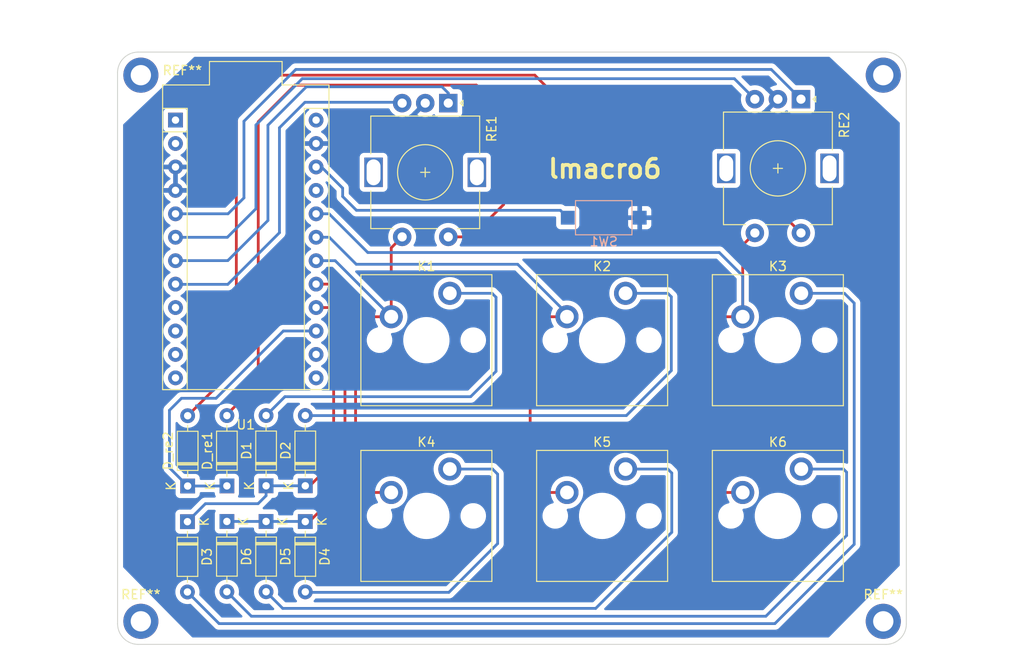
<source format=kicad_pcb>
(kicad_pcb (version 20211014) (generator pcbnew)
  (layers (0 "F.Cu" signal) (31 "B.Cu" signal) (34 "B.Paste" user) (35 "F.Paste" user) (36 "B.SilkS" user "B.Silkscreen") (37 "F.SilkS" user "F.Silkscreen") (38 "B.Mask" user) (39 "F.Mask" user) (44 "Edge.Cuts" user))
  (net 0 "")
  (net 1 "row1")
  (net 2 "Net-(D1-Pad2)")
  (net 3 "Net-(D3-Pad2)")
  (net 4 "row2")
  (net 5 "Net-(D4-Pad2)")
  (net 6 "Net-(D5-Pad2)")
  (net 7 "Net-(D6-Pad2)")
  (net 8 "row0")
  (net 9 "Net-(D_re1-Pad2)")
  (net 10 "Net-(D_re2-Pad2)")
  (net 11 "col0")
  (net 12 "col1")
  (net 13 "col2")
  (net 14 "ENC1A")
  (net 15 "ENC1B")
  (net 16 "GND")
  (net 17 "ENC2A")
  (net 18 "ENC2B")
  (net 26 "Net-(U1-Pad22)")
  (net 28 "Net-(D2-Pad2)")
  (footprint "Switch_Keyboard_Cherry_MX:SW_Cherry_MX_PCB_1.00u" (layer "F.Cu") (at 122.975 133.425)
    (fp_text reference "K6" (at 0 -8) (layer "F.SilkS"))
    (fp_text value "KEYSW")
    (fp_line (start -7.1 -7.1) (end -7.1 7.1) (layer "F.SilkS") (width 0.12))
    (fp_line (start 7.1 -7.1) (end -7.1 -7.1) (layer "F.SilkS") (width 0.12))
    (fp_line (start 7.1 7.1) (end 7.1 -7.1) (layer "F.SilkS") (width 0.12))
    (fp_line (start -7.1 7.1) (end 7.1 7.1) (layer "F.SilkS") (width 0.12))
    (pad "" np_thru_hole circle locked (at 5.08 0) (size 1.75 1.75) (drill 1.75) (layers *.Cu *.Mask))
    (pad "" np_thru_hole circle locked (at -5.08 0) (size 1.75 1.75) (drill 1.75) (layers *.Cu *.Mask))
    (pad "" np_thru_hole circle locked (at 0 0) (size 4 4) (drill 4) (layers *.Cu *.Mask))
    (pad "1" thru_hole circle locked (at -3.81 -2.54) (size 2.5 2.5) (drill 1.5) (layers *.Cu "B.Mask") (net 13 "col2"))
    (pad "2" thru_hole circle locked (at 2.54 -5.08) (size 2.5 2.5) (drill 1.5) (layers *.Cu "B.Mask") (net 7 "Net-(D6-Pad2)"))
  )
  (footprint "Diode_THT:D_DO-35_SOD27_P7.62mm_Horizontal" (layer "F.Cu") (at 67.5 130.16 90)
    (fp_text reference "D1" (at 3.81 -2.12 90) (layer "F.SilkS"))
    (fp_text value "1N4148")
    (fp_text user "K" (at 0 -1.8 90) (layer "F.SilkS"))
    (fp_line (start 2.41 -1.12) (end 2.41 1.12) (layer "F.SilkS") (width 0.12))
    (fp_line (start 1.69 1.12) (end 5.93 1.12) (layer "F.SilkS") (width 0.12))
    (fp_line (start 2.53 -1.12) (end 2.53 1.12) (layer "F.SilkS") (width 0.12))
    (fp_line (start 5.93 -1.12) (end 1.69 -1.12) (layer "F.SilkS") (width 0.12))
    (fp_line (start 1.69 -1.12) (end 1.69 1.12) (layer "F.SilkS") (width 0.12))
    (fp_line (start 2.29 -1.12) (end 2.29 1.12) (layer "F.SilkS") (width 0.12))
    (fp_line (start 6.58 0) (end 5.93 0) (layer "F.SilkS") (width 0.12))
    (fp_line (start 1.04 0) (end 1.69 0) (layer "F.SilkS") (width 0.12))
    (fp_line (start 5.93 1.12) (end 5.93 -1.12) (layer "F.SilkS") (width 0.12))
    (pad "1" thru_hole rect (at 0 0 90) (size 1.6 1.6) (drill 0.8) (layers *.Cu *.Mask) (net 1 "row1"))
    (pad "2" thru_hole oval (at 7.62 0 90) (size 1.6 1.6) (drill 0.8) (layers *.Cu *.Mask) (net 2 "Net-(D1-Pad2)"))
  )
  (footprint "Arduino:Sparkfun_Pro_Micro" (layer "F.Cu") (at 72.92 118.46 180)
    (fp_text reference "U1" (at 7.62 -5.08) (layer "F.SilkS"))
    (fp_text value "ProMicro")
    (fp_line (start 13.97 26.67) (end 16.64 26.67) (layer "F.SilkS") (width 0.12))
    (fp_line (start 13.97 -1.27) (end 16.64 -1.27) (layer "F.SilkS") (width 0.12))
    (fp_line (start 1.27 -1.27) (end -1.397 -1.27) (layer "F.SilkS") (width 0.12))
    (fp_line (start 16.637 -1.27) (end 1.27 -1.27) (layer "F.SilkS") (width 0.12))
    (fp_line (start 1.27 29.21) (end -1.4 29.21) (layer "F.SilkS") (width 0.12))
    (fp_line (start 3.683 34.29) (end 3.683 31.75) (layer "F.SilkS") (width 0.12))
    (fp_line (start 13.97 -1.27) (end 13.97 29.21) (layer "F.SilkS") (width 0.12))
    (fp_line (start -1.397 31.75) (end 3.683 31.75) (layer "F.SilkS") (width 0.12))
    (fp_line (start 11.557 31.75) (end 16.637 31.75) (layer "F.SilkS") (width 0.12))
    (fp_line (start 1.27 1.27) (end 1.27 29.21) (layer "F.SilkS") (width 0.12))
    (fp_line (start -1.397 -1.27) (end -1.397 31.75) (layer "F.SilkS") (width 0.12))
    (fp_line (start 11.557 34.29) (end 11.557 31.75) (layer "F.SilkS") (width 0.12))
    (fp_line (start 13.97 29.21) (end 16.64 29.21) (layer "F.SilkS") (width 0.12))
    (fp_line (start 3.683 34.29) (end 11.557 34.29) (layer "F.SilkS") (width 0.12))
    (fp_line (start 16.637 31.75) (end 16.64 -1.27) (layer "F.SilkS") (width 0.12))
    (fp_line (start 1.27 1.27) (end 1.27 -1.27) (layer "F.SilkS") (width 0.12))
    (pad "1" thru_hole rect locked (at 15.24 27.94 180) (size 1.6 1.6) (drill 0.8) (layers *.Cu *.Mask))
    (pad "2" thru_hole oval locked (at 15.24 25.4 180) (size 1.6 1.6) (drill 0.8) (layers *.Cu *.Mask))
    (pad "3" thru_hole oval locked (at 15.24 22.86 180) (size 1.6 1.6) (drill 0.8) (layers *.Cu *.Mask) (net 16 "GND"))
    (pad "4" thru_hole oval locked (at 15.24 20.32 180) (size 1.6 1.6) (drill 0.8) (layers *.Cu *.Mask) (net 16 "GND"))
    (pad "5" thru_hole oval locked (at 15.24 17.78 180) (size 1.6 1.6) (drill 0.8) (layers *.Cu *.Mask) (net 17 "ENC2A"))
    (pad "6" thru_hole oval locked (at 15.24 15.24 180) (size 1.6 1.6) (drill 0.8) (layers *.Cu *.Mask) (net 18 "ENC2B"))
    (pad "7" thru_hole oval locked (at 15.24 12.7 180) (size 1.6 1.6) (drill 0.8) (layers *.Cu *.Mask) (net 14 "ENC1A"))
    (pad "8" thru_hole oval locked (at 15.24 10.16 180) (size 1.6 1.6) (drill 0.8) (layers *.Cu *.Mask) (net 15 "ENC1B"))
    (pad "9" thru_hole oval locked (at 15.24 7.62 180) (size 1.6 1.6) (drill 0.8) (layers *.Cu *.Mask))
    (pad "10" thru_hole oval locked (at 15.24 5.08 180) (size 1.6 1.6) (drill 0.8) (layers *.Cu *.Mask))
    (pad "11" thru_hole oval locked (at 15.24 2.54 180) (size 1.6 1.6) (drill 0.8) (layers *.Cu *.Mask))
    (pad "12" thru_hole oval locked (at 15.24 0 180) (size 1.6 1.6) (drill 0.8) (layers *.Cu *.Mask))
    (pad "13" thru_hole oval locked (at 0 0 180) (size 1.6 1.6) (drill 0.8) (layers *.Cu *.Mask))
    (pad "14" thru_hole oval locked (at 0 2.54 180) (size 1.6 1.6) (drill 0.8) (layers *.Cu *.Mask))
    (pad "15" thru_hole oval locked (at 0 5.08 180) (size 1.6 1.6) (drill 0.8) (layers *.Cu *.Mask) (net 8 "row0"))
    (pad "16" thru_hole oval locked (at 0 7.62 180) (size 1.6 1.6) (drill 0.8) (layers *.Cu *.Mask) (net 1 "row1"))
    (pad "17" thru_hole oval locked (at 0 10.16 180) (size 1.6 1.6) (drill 0.8) (layers *.Cu *.Mask) (net 4 "row2"))
    (pad "18" thru_hole oval locked (at 0 12.7 180) (size 1.6 1.6) (drill 0.8) (layers *.Cu *.Mask) (net 11 "col0"))
    (pad "19" thru_hole oval locked (at 0 15.24 180) (size 1.6 1.6) (drill 0.8) (layers *.Cu *.Mask) (net 12 "col1"))
    (pad "20" thru_hole oval locked (at 0 17.78 180) (size 1.6 1.6) (drill 0.8) (layers *.Cu *.Mask) (net 13 "col2"))
    (pad "21" thru_hole oval locked (at 0 20.32 180) (size 1.6 1.6) (drill 0.8) (layers *.Cu *.Mask))
    (pad "22" thru_hole oval locked (at 0 22.86 180) (size 1.6 1.6) (drill 0.8) (layers *.Cu *.Mask) (net 26 "Net-(U1-Pad22)"))
    (pad "23" thru_hole oval locked (at 0 25.4 180) (size 1.6 1.6) (drill 0.8) (layers *.Cu *.Mask) (net 16 "GND"))
    (pad "24" thru_hole oval locked (at 0 27.94 180) (size 1.6 1.6) (drill 0.8) (layers *.Cu *.Mask))
  )
  (footprint "Diode_THT:D_DO-35_SOD27_P7.62mm_Horizontal" (layer "F.Cu") (at 67.5 134.025 -90)
    (fp_text reference "D5" (at 3.81 -2.12 90) (layer "F.SilkS"))
    (fp_text value "1N4148")
    (fp_text user "K" (at 0 -1.8 90) (layer "F.SilkS"))
    (fp_line (start 1.69 1.12) (end 5.93 1.12) (layer "F.SilkS") (width 0.12))
    (fp_line (start 1.04 0) (end 1.69 0) (layer "F.SilkS") (width 0.12))
    (fp_line (start 2.29 -1.12) (end 2.29 1.12) (layer "F.SilkS") (width 0.12))
    (fp_line (start 2.53 -1.12) (end 2.53 1.12) (layer "F.SilkS") (width 0.12))
    (fp_line (start 5.93 1.12) (end 5.93 -1.12) (layer "F.SilkS") (width 0.12))
    (fp_line (start 5.93 -1.12) (end 1.69 -1.12) (layer "F.SilkS") (width 0.12))
    (fp_line (start 6.58 0) (end 5.93 0) (layer "F.SilkS") (width 0.12))
    (fp_line (start 2.41 -1.12) (end 2.41 1.12) (layer "F.SilkS") (width 0.12))
    (fp_line (start 1.69 -1.12) (end 1.69 1.12) (layer "F.SilkS") (width 0.12))
    (pad "1" thru_hole rect (at 0 0 270) (size 1.6 1.6) (drill 0.8) (layers *.Cu *.Mask) (net 4 "row2"))
    (pad "2" thru_hole oval (at 7.62 0 270) (size 1.6 1.6) (drill 0.8) (layers *.Cu *.Mask) (net 6 "Net-(D5-Pad2)"))
  )
  (footprint "Rotary_Encoder:RotaryEncoder_Alps_EC11E-Switch_Vertical_H20mm" (layer "F.Cu") (at 125.48 88.252412 -90)
    (fp_text reference "RE2" (at 2.8 -4.7 90) (layer "F.SilkS"))
    (fp_text value "RotaryEncoder_Switch")
    (fp_line (start 7.5 2) (end 7.5 3) (layer "F.SilkS") (width 0.12))
    (fp_line (start 0 -1.3) (end -0.3 -1.6) (layer "F.SilkS") (width 0.12))
    (fp_line (start 1.4 -3.4) (end 1.4 8.4) (layer "F.SilkS") (width 0.12))
    (fp_line (start 13.6 6) (end 13.6 8.4) (layer "F.SilkS") (width 0.12))
    (fp_line (start 5.5 -3.4) (end 1.4 -3.4) (layer "F.SilkS") (width 0.12))
    (fp_line (start 7 2.5) (end 8 2.5) (layer "F.SilkS") (width 0.12))
    (fp_line (start -0.3 -1.6) (end 0.3 -1.6) (layer "F.SilkS") (width 0.12))
    (fp_line (start 13.6 8.4) (end 9.5 8.4) (layer "F.SilkS") (width 0.12))
    (fp_line (start 5.5 8.4) (end 1.4 8.4) (layer "F.SilkS") (width 0.12))
    (fp_line (start 9.5 -3.4) (end 13.6 -3.4) (layer "F.SilkS") (width 0.12))
    (fp_line (start 13.6 -3.4) (end 13.6 -1) (layer "F.SilkS") (width 0.12))
    (fp_line (start 13.6 1.2) (end 13.6 3.8) (layer "F.SilkS") (width 0.12))
    (fp_line (start 0.3 -1.6) (end 0 -1.3) (layer "F.SilkS") (width 0.12))
    (fp_circle (center 7.5 2.5) (end 10.5 2.5) (layer "F.SilkS") (width 0.12) (fill none))
    (pad "A" thru_hole rect (at 0 0 270) (size 2 2) (drill 1) (layers *.Cu *.Mask) (net 17 "ENC2A"))
    (pad "B" thru_hole circle (at 0 5 270) (size 2 2) (drill 1) (layers *.Cu *.Mask) (net 18 "ENC2B"))
    (pad "C" thru_hole circle (at 0 2.5 270) (size 2 2) (drill 1) (layers *.Cu *.Mask) (net 16 "GND"))
    (pad "MP" thru_hole rect (at 7.5 -3.1 270) (size 3.2 2) (drill oval 2.8 1.5) (layers *.Cu *.Mask))
    (pad "MP" thru_hole rect (at 7.5 8.1 270) (size 3.2 2) (drill oval 2.8 1.5) (layers *.Cu *.Mask))
    (pad "S1" thru_hole circle (at 14.5 5 270) (size 2 2) (drill 1) (layers *.Cu *.Mask) (net 13 "col2"))
    (pad "S2" thru_hole circle (at 14.5 0 270) (size 2 2) (drill 1) (layers *.Cu *.Mask) (net 10 "Net-(D_re2-Pad2)"))
  )
  (footprint "Switch_Keyboard_Cherry_MX:SW_Cherry_MX_PCB_1.00u" (layer "F.Cu") (at 84.875 114.375)
    (fp_text reference "K1" (at 0 -8) (layer "F.SilkS"))
    (fp_text value "KEYSW")
    (fp_line (start 7.1 7.1) (end 7.1 -7.1) (layer "F.SilkS") (width 0.12))
    (fp_line (start -7.1 7.1) (end 7.1 7.1) (layer "F.SilkS") (width 0.12))
    (fp_line (start -7.1 -7.1) (end -7.1 7.1) (layer "F.SilkS") (width 0.12))
    (fp_line (start 7.1 -7.1) (end -7.1 -7.1) (layer "F.SilkS") (width 0.12))
    (pad "" np_thru_hole circle locked (at 5.08 0) (size 1.75 1.75) (drill 1.75) (layers *.Cu *.Mask))
    (pad "" np_thru_hole circle locked (at 0 0) (size 4 4) (drill 4) (layers *.Cu *.Mask))
    (pad "" np_thru_hole circle locked (at -5.08 0) (size 1.75 1.75) (drill 1.75) (layers *.Cu *.Mask))
    (pad "1" thru_hole circle locked (at -3.81 -2.54) (size 2.5 2.5) (drill 1.5) (layers *.Cu "B.Mask") (net 11 "col0"))
    (pad "2" thru_hole circle locked (at 2.54 -5.08) (size 2.5 2.5) (drill 1.5) (layers *.Cu "B.Mask") (net 2 "Net-(D1-Pad2)"))
  )
  (footprint "Switch_Keyboard_Cherry_MX:SW_Cherry_MX_PCB_1.00u" (layer "F.Cu") (at 103.925 114.375)
    (fp_text reference "K2" (at 0 -8) (layer "F.SilkS"))
    (fp_text value "KEYSW")
    (fp_line (start 7.1 7.1) (end 7.1 -7.1) (layer "F.SilkS") (width 0.12))
    (fp_line (start -7.1 -7.1) (end -7.1 7.1) (layer "F.SilkS") (width 0.12))
    (fp_line (start -7.1 7.1) (end 7.1 7.1) (layer "F.SilkS") (width 0.12))
    (fp_line (start 7.1 -7.1) (end -7.1 -7.1) (layer "F.SilkS") (width 0.12))
    (pad "" np_thru_hole circle locked (at 5.08 0) (size 1.75 1.75) (drill 1.75) (layers *.Cu *.Mask))
    (pad "" np_thru_hole circle locked (at -5.08 0) (size 1.75 1.75) (drill 1.75) (layers *.Cu *.Mask))
    (pad "" np_thru_hole circle locked (at 0 0) (size 4 4) (drill 4) (layers *.Cu *.Mask))
    (pad "1" thru_hole circle locked (at -3.81 -2.54) (size 2.5 2.5) (drill 1.5) (layers *.Cu "B.Mask") (net 12 "col1"))
    (pad "2" thru_hole circle locked (at 2.54 -5.08) (size 2.5 2.5) (drill 1.5) (layers *.Cu "B.Mask") (net 28 "Net-(D2-Pad2)"))
  )
  (footprint "Switch_Keyboard_Cherry_MX:SW_Cherry_MX_PCB_1.00u" (layer "F.Cu") (at 122.975 114.375)
    (fp_text reference "K3" (at 0 -8) (layer "F.SilkS"))
    (fp_text value "KEYSW")
    (fp_line (start 7.1 -7.1) (end -7.1 -7.1) (layer "F.SilkS") (width 0.12))
    (fp_line (start 7.1 7.1) (end 7.1 -7.1) (layer "F.SilkS") (width 0.12))
    (fp_line (start -7.1 -7.1) (end -7.1 7.1) (layer "F.SilkS") (width 0.12))
    (fp_line (start -7.1 7.1) (end 7.1 7.1) (layer "F.SilkS") (width 0.12))
    (pad "" np_thru_hole circle locked (at 5.08 0) (size 1.75 1.75) (drill 1.75) (layers *.Cu *.Mask))
    (pad "" np_thru_hole circle locked (at -5.08 0) (size 1.75 1.75) (drill 1.75) (layers *.Cu *.Mask))
    (pad "" np_thru_hole circle locked (at 0 0) (size 4 4) (drill 4) (layers *.Cu *.Mask))
    (pad "1" thru_hole circle locked (at -3.81 -2.54) (size 2.5 2.5) (drill 1.5) (layers *.Cu "B.Mask") (net 13 "col2"))
    (pad "2" thru_hole circle locked (at 2.54 -5.08) (size 2.5 2.5) (drill 1.5) (layers *.Cu "B.Mask") (net 3 "Net-(D3-Pad2)"))
  )
  (footprint "Diode_THT:D_DO-35_SOD27_P7.62mm_Horizontal" (layer "F.Cu") (at 58.975 134.05 -90)
    (fp_text reference "D3" (at 3.81 -2.12 90) (layer "F.SilkS"))
    (fp_text value "1N4148")
    (fp_text user "K" (at 0 -1.8 90) (layer "F.SilkS"))
    (fp_line (start 5.93 -1.12) (end 1.69 -1.12) (layer "F.SilkS") (width 0.12))
    (fp_line (start 6.58 0) (end 5.93 0) (layer "F.SilkS") (width 0.12))
    (fp_line (start 1.69 -1.12) (end 1.69 1.12) (layer "F.SilkS") (width 0.12))
    (fp_line (start 1.69 1.12) (end 5.93 1.12) (layer "F.SilkS") (width 0.12))
    (fp_line (start 1.04 0) (end 1.69 0) (layer "F.SilkS") (width 0.12))
    (fp_line (start 2.53 -1.12) (end 2.53 1.12) (layer "F.SilkS") (width 0.12))
    (fp_line (start 5.93 1.12) (end 5.93 -1.12) (layer "F.SilkS") (width 0.12))
    (fp_line (start 2.41 -1.12) (end 2.41 1.12) (layer "F.SilkS") (width 0.12))
    (fp_line (start 2.29 -1.12) (end 2.29 1.12) (layer "F.SilkS") (width 0.12))
    (pad "1" thru_hole rect (at 0 0 270) (size 1.6 1.6) (drill 0.8) (layers *.Cu *.Mask) (net 1 "row1"))
    (pad "2" thru_hole oval (at 7.62 0 270) (size 1.6 1.6) (drill 0.8) (layers *.Cu *.Mask) (net 3 "Net-(D3-Pad2)"))
  )
  (footprint "Switch_Keyboard_Cherry_MX:SW_Cherry_MX_PCB_1.00u" (layer "F.Cu") (at 103.925 133.425)
    (fp_text reference "K5" (at 0 -8) (layer "F.SilkS"))
    (fp_text value "KEYSW")
    (fp_line (start -7.1 -7.1) (end -7.1 7.1) (layer "F.SilkS") (width 0.12))
    (fp_line (start -7.1 7.1) (end 7.1 7.1) (layer "F.SilkS") (width 0.12))
    (fp_line (start 7.1 -7.1) (end -7.1 -7.1) (layer "F.SilkS") (width 0.12))
    (fp_line (start 7.1 7.1) (end 7.1 -7.1) (layer "F.SilkS") (width 0.12))
    (pad "" np_thru_hole circle locked (at -5.08 0) (size 1.75 1.75) (drill 1.75) (layers *.Cu *.Mask))
    (pad "" np_thru_hole circle locked (at 5.08 0) (size 1.75 1.75) (drill 1.75) (layers *.Cu *.Mask))
    (pad "" np_thru_hole circle locked (at 0 0) (size 4 4) (drill 4) (layers *.Cu *.Mask))
    (pad "1" thru_hole circle locked (at -3.81 -2.54) (size 2.5 2.5) (drill 1.5) (layers *.Cu "B.Mask") (net 12 "col1"))
    (pad "2" thru_hole circle locked (at 2.54 -5.08) (size 2.5 2.5) (drill 1.5) (layers *.Cu "B.Mask") (net 6 "Net-(D5-Pad2)"))
  )
  (footprint "Diode_THT:D_DO-35_SOD27_P7.62mm_Horizontal" (layer "F.Cu") (at 63.25 130.17 90)
    (fp_text reference "D_re1" (at 3.81 -2.12 90) (layer "F.SilkS"))
    (fp_text value "1N4148")
    (fp_text user "K" (at 0 -1.8 90) (layer "F.SilkS"))
    (fp_line (start 5.93 1.12) (end 5.93 -1.12) (layer "F.SilkS") (width 0.12))
    (fp_line (start 6.58 0) (end 5.93 0) (layer "F.SilkS") (width 0.12))
    (fp_line (start 1.69 1.12) (end 5.93 1.12) (layer "F.SilkS") (width 0.12))
    (fp_line (start 2.29 -1.12) (end 2.29 1.12) (layer "F.SilkS") (width 0.12))
    (fp_line (start 5.93 -1.12) (end 1.69 -1.12) (layer "F.SilkS") (width 0.12))
    (fp_line (start 1.69 -1.12) (end 1.69 1.12) (layer "F.SilkS") (width 0.12))
    (fp_line (start 1.04 0) (end 1.69 0) (layer "F.SilkS") (width 0.12))
    (fp_line (start 2.53 -1.12) (end 2.53 1.12) (layer "F.SilkS") (width 0.12))
    (fp_line (start 2.41 -1.12) (end 2.41 1.12) (layer "F.SilkS") (width 0.12))
    (pad "1" thru_hole rect (at 0 0 90) (size 1.6 1.6) (drill 0.8) (layers *.Cu *.Mask) (net 8 "row0"))
    (pad "2" thru_hole oval (at 7.62 0 90) (size 1.6 1.6) (drill 0.8) (layers *.Cu *.Mask) (net 9 "Net-(D_re1-Pad2)"))
  )
  (footprint "Diode_THT:D_DO-35_SOD27_P7.62mm_Horizontal" (layer "F.Cu") (at 59 130.185 90)
    (fp_text reference "D_re2" (at 3.81 -2.12 90) (layer "F.SilkS"))
    (fp_text value "1N4148")
    (fp_text user "K" (at 0 -1.8 90) (layer "F.SilkS"))
    (fp_line (start 2.29 -1.12) (end 2.29 1.12) (layer "F.SilkS") (width 0.12))
    (fp_line (start 6.58 0) (end 5.93 0) (layer "F.SilkS") (width 0.12))
    (fp_line (start 5.93 -1.12) (end 1.69 -1.12) (layer "F.SilkS") (width 0.12))
    (fp_line (start 1.69 1.12) (end 5.93 1.12) (layer "F.SilkS") (width 0.12))
    (fp_line (start 5.93 1.12) (end 5.93 -1.12) (layer "F.SilkS") (width 0.12))
    (fp_line (start 1.69 -1.12) (end 1.69 1.12) (layer "F.SilkS") (width 0.12))
    (fp_line (start 2.41 -1.12) (end 2.41 1.12) (layer "F.SilkS") (width 0.12))
    (fp_line (start 1.04 0) (end 1.69 0) (layer "F.SilkS") (width 0.12))
    (fp_line (start 2.53 -1.12) (end 2.53 1.12) (layer "F.SilkS") (width 0.12))
    (pad "1" thru_hole rect (at 0 0 90) (size 1.6 1.6) (drill 0.8) (layers *.Cu *.Mask) (net 8 "row0"))
    (pad "2" thru_hole oval (at 7.62 0 90) (size 1.6 1.6) (drill 0.8) (layers *.Cu *.Mask) (net 10 "Net-(D_re2-Pad2)"))
  )
  (footprint "MountingHole:MountingHole_2.2mm_M2_ISO14580_Pad" (layer "F.Cu") (at 134.4 85.65)
    (fp_text reference "" (at 0 -2.9) (layer "F.SilkS"))
    (fp_text value "MountingHole_2.2mm_M2_ISO14580_Pad")
    (pad "1" thru_hole circle (at 0 0) (size 3.8 3.8) (drill 2.2) (layers F&B.Cu *.Mask))
  )
  (footprint "MountingHole:MountingHole_2.2mm_M2_ISO14580_Pad" (layer "F.Cu") (at 53.925 144.85)
    (fp_text reference "REF**" (at 0 -2.9) (layer "F.SilkS"))
    (fp_text value "MountingHole_2.2mm_M2_ISO14580_Pad")
    (pad "1" thru_hole circle (at 0 0) (size 3.8 3.8) (drill 2.2) (layers F&B.Cu *.Mask))
  )
  (footprint "MountingHole:MountingHole_2.2mm_M2_ISO14580_Pad" (layer "F.Cu") (at 53.925 85.65)
    (fp_text reference "REF**" (at 4.505 -0.51) (layer "F.SilkS"))
    (fp_text value "MountingHole_2.2mm_M2_ISO14580_Pad")
    (pad "1" thru_hole circle (at 0 0) (size 3.8 3.8) (drill 2.2) (layers F&B.Cu *.Mask))
  )
  (footprint "Diode_THT:D_DO-35_SOD27_P7.62mm_Horizontal" (layer "F.Cu") (at 71.75 134.04 -90)
    (fp_text reference "D4" (at 3.81 -2.12 90) (layer "F.SilkS"))
    (fp_text value "1N4148")
    (fp_text user "K" (at 0 -1.8 90) (layer "F.SilkS"))
    (fp_line (start 2.29 -1.12) (end 2.29 1.12) (layer "F.SilkS") (width 0.12))
    (fp_line (start 1.69 1.12) (end 5.93 1.12) (layer "F.SilkS") (width 0.12))
    (fp_line (start 5.93 -1.12) (end 1.69 -1.12) (layer "F.SilkS") (width 0.12))
    (fp_line (start 6.58 0) (end 5.93 0) (layer "F.SilkS") (width 0.12))
    (fp_line (start 5.93 1.12) (end 5.93 -1.12) (layer "F.SilkS") (width 0.12))
    (fp_line (start 2.53 -1.12) (end 2.53 1.12) (layer "F.SilkS") (width 0.12))
    (fp_line (start 1.04 0) (end 1.69 0) (layer "F.SilkS") (width 0.12))
    (fp_line (start 1.69 -1.12) (end 1.69 1.12) (layer "F.SilkS") (width 0.12))
    (fp_line (start 2.41 -1.12) (end 2.41 1.12) (layer "F.SilkS") (width 0.12))
    (pad "1" thru_hole rect (at 0 0 270) (size 1.6 1.6) (drill 0.8) (layers *.Cu *.Mask) (net 4 "row2"))
    (pad "2" thru_hole oval (at 7.62 0 270) (size 1.6 1.6) (drill 0.8) (layers *.Cu *.Mask) (net 5 "Net-(D4-Pad2)"))
  )
  (footprint "Diode_THT:D_DO-35_SOD27_P7.62mm_Horizontal" (layer "F.Cu") (at 63.25 134.025 -90)
    (fp_text reference "D6" (at 3.81 -2.12 90) (layer "F.SilkS"))
    (fp_text value "1N4148")
    (fp_text user "K" (at 0 -1.8 90) (layer "F.SilkS"))
    (fp_line (start 2.29 -1.12) (end 2.29 1.12) (layer "F.SilkS") (width 0.12))
    (fp_line (start 1.69 -1.12) (end 1.69 1.12) (layer "F.SilkS") (width 0.12))
    (fp_line (start 6.58 0) (end 5.93 0) (layer "F.SilkS") (width 0.12))
    (fp_line (start 1.04 0) (end 1.69 0) (layer "F.SilkS") (width 0.12))
    (fp_line (start 2.41 -1.12) (end 2.41 1.12) (layer "F.SilkS") (width 0.12))
    (fp_line (start 5.93 -1.12) (end 1.69 -1.12) (layer "F.SilkS") (width 0.12))
    (fp_line (start 5.93 1.12) (end 5.93 -1.12) (layer "F.SilkS") (width 0.12))
    (fp_line (start 2.53 -1.12) (end 2.53 1.12) (layer "F.SilkS") (width 0.12))
    (fp_line (start 1.69 1.12) (end 5.93 1.12) (layer "F.SilkS") (width 0.12))
    (pad "1" thru_hole rect (at 0 0 270) (size 1.6 1.6) (drill 0.8) (layers *.Cu *.Mask) (net 4 "row2"))
    (pad "2" thru_hole oval (at 7.62 0 270) (size 1.6 1.6) (drill 0.8) (layers *.Cu *.Mask) (net 7 "Net-(D6-Pad2)"))
  )
  (footprint "Switch_Keyboard_Cherry_MX:SW_Cherry_MX_PCB_1.00u" (layer "F.Cu") (at 84.875 133.425)
    (fp_text reference "K4" (at 0 -8) (layer "F.SilkS"))
    (fp_text value "KEYSW")
    (fp_line (start 7.1 7.1) (end 7.1 -7.1) (layer "F.SilkS") (width 0.12))
    (fp_line (start -7.1 7.1) (end 7.1 7.1) (layer "F.SilkS") (width 0.12))
    (fp_line (start 7.1 -7.1) (end -7.1 -7.1) (layer "F.SilkS") (width 0.12))
    (fp_line (start -7.1 -7.1) (end -7.1 7.1) (layer "F.SilkS") (width 0.12))
    (pad "" np_thru_hole circle locked (at 5.08 0) (size 1.75 1.75) (drill 1.75) (layers *.Cu *.Mask))
    (pad "" np_thru_hole circle locked (at 0 0) (size 4 4) (drill 4) (layers *.Cu *.Mask))
    (pad "" np_thru_hole circle locked (at -5.08 0) (size 1.75 1.75) (drill 1.75) (layers *.Cu *.Mask))
    (pad "1" thru_hole circle locked (at -3.81 -2.54) (size 2.5 2.5) (drill 1.5) (layers *.Cu "B.Mask") (net 11 "col0"))
    (pad "2" thru_hole circle locked (at 2.54 -5.08) (size 2.5 2.5) (drill 1.5) (layers *.Cu "B.Mask") (net 5 "Net-(D4-Pad2)"))
  )
  (footprint "Diode_THT:D_DO-35_SOD27_P7.62mm_Horizontal" (layer "F.Cu") (at 71.75 130.16 90)
    (fp_text reference "D2" (at 3.81 -2.12 90) (layer "F.SilkS"))
    (fp_text value "1N4148")
    (fp_text user "K" (at 0 -1.8 90) (layer "F.SilkS"))
    (fp_line (start 2.53 -1.12) (end 2.53 1.12) (layer "F.SilkS") (width 0.12))
    (fp_line (start 6.58 0) (end 5.93 0) (layer "F.SilkS") (width 0.12))
    (fp_line (start 2.29 -1.12) (end 2.29 1.12) (layer "F.SilkS") (width 0.12))
    (fp_line (start 5.93 1.12) (end 5.93 -1.12) (layer "F.SilkS") (width 0.12))
    (fp_line (start 1.04 0) (end 1.69 0) (layer "F.SilkS") (width 0.12))
    (fp_line (start 1.69 -1.12) (end 1.69 1.12) (layer "F.SilkS") (width 0.12))
    (fp_line (start 1.69 1.12) (end 5.93 1.12) (layer "F.SilkS") (width 0.12))
    (fp_line (start 5.93 -1.12) (end 1.69 -1.12) (layer "F.SilkS") (width 0.12))
    (fp_line (start 2.41 -1.12) (end 2.41 1.12) (layer "F.SilkS") (width 0.12))
    (pad "1" thru_hole rect (at 0 0 90) (size 1.6 1.6) (drill 0.8) (layers *.Cu *.Mask) (net 1 "row1"))
    (pad "2" thru_hole oval (at 7.62 0 90) (size 1.6 1.6) (drill 0.8) (layers *.Cu *.Mask) (net 28 "Net-(D2-Pad2)"))
  )
  (footprint "MountingHole:MountingHole_2.2mm_M2_ISO14580_Pad" (layer "F.Cu") (at 134.4 144.85)
    (fp_text reference "REF**" (at 0 -2.9) (layer "F.SilkS"))
    (fp_text value "MountingHole_2.2mm_M2_ISO14580_Pad")
    (pad "1" thru_hole circle (at 0 0) (size 3.8 3.8) (drill 2.2) (layers *.Cu *.Mask))
  )
  (footprint "Rotary_Encoder:RotaryEncoder_Alps_EC11E-Switch_Vertical_H20mm" (layer "F.Cu") (at 87.25 88.68 -90)
    (fp_text reference "RE1" (at 2.8 -4.7 90) (layer "F.SilkS"))
    (fp_text value "RotaryEncoder_Switch")
    (fp_line (start 7 2.5) (end 8 2.5) (layer "F.SilkS") (width 0.12))
    (fp_line (start -0.3 -1.6) (end 0.3 -1.6) (layer "F.SilkS") (width 0.12))
    (fp_line (start 0 -1.3) (end -0.3 -1.6) (layer "F.SilkS") (width 0.12))
    (fp_line (start 13.6 -3.4) (end 13.6 -1) (layer "F.SilkS") (width 0.12))
    (fp_line (start 13.6 6) (end 13.6 8.4) (layer "F.SilkS") (width 0.12))
    (fp_line (start 5.5 8.4) (end 1.4 8.4) (layer "F.SilkS") (width 0.12))
    (fp_line (start 1.4 -3.4) (end 1.4 8.4) (layer "F.SilkS") (width 0.12))
    (fp_line (start 13.6 8.4) (end 9.5 8.4) (layer "F.SilkS") (width 0.12))
    (fp_line (start 5.5 -3.4) (end 1.4 -3.4) (layer "F.SilkS") (width 0.12))
    (fp_line (start 7.5 2) (end 7.5 3) (layer "F.SilkS") (width 0.12))
    (fp_line (start 0.3 -1.6) (end 0 -1.3) (layer "F.SilkS") (width 0.12))
    (fp_line (start 9.5 -3.4) (end 13.6 -3.4) (layer "F.SilkS") (width 0.12))
    (fp_line (start 13.6 1.2) (end 13.6 3.8) (layer "F.SilkS") (width 0.12))
    (fp_circle (center 7.5 2.5) (end 10.5 2.5) (layer "F.SilkS") (width 0.12) (fill none))
    (pad "A" thru_hole rect (at 0 0 270) (size 2 2) (drill 1) (layers *.Cu *.Mask) (net 14 "ENC1A"))
    (pad "B" thru_hole circle (at 0 5 270) (size 2 2) (drill 1) (layers *.Cu *.Mask) (net 15 "ENC1B"))
    (pad "C" thru_hole circle (at 0 2.5 270) (size 2 2) (drill 1) (layers *.Cu *.Mask) (net 16 "GND"))
    (pad "MP" thru_hole rect (at 7.5 8.1 270) (size 3.2 2) (drill oval 2.8 1.5) (layers *.Cu *.Mask))
    (pad "MP" thru_hole rect (at 7.5 -3.1 270) (size 3.2 2) (drill oval 2.8 1.5) (layers *.Cu *.Mask))
    (pad "S1" thru_hole circle (at 14.5 5 270) (size 2 2) (drill 1) (layers *.Cu *.Mask) (net 11 "col0"))
    (pad "S2" thru_hole circle (at 14.5 0 270) (size 2 2) (drill 1) (layers *.Cu *.Mask) (net 9 "Net-(D_re1-Pad2)"))
  )
  (footprint "Button_Switch_SMD:SW_SPST_CK_RS282G05A3" (layer "B.Cu") (at 104.1 101.1)
    (fp_text reference "SW1" (at 0 2.6) (layer "B.SilkS") (effects (justify mirror)))
    (fp_text value "SW_Push")
    (fp_line (start 3.06 -1.85) (end -3.06 -1.85) (layer "B.SilkS") (width 0.12))
    (fp_line (start -3.06 -1.85) (end -3.06 1.85) (layer "B.SilkS") (width 0.12))
    (fp_line (start -3.06 1.85) (end 3.06 1.85) (layer "B.SilkS") (width 0.12))
    (fp_line (start 3.06 1.85) (end 3.06 -1.85) (layer "B.SilkS") (width 0.12))
    (pad "1" smd rect (at -3.9 0) (size 1.5 1.5) (layers "B.Cu" "B.Paste" "B.Mask") (net 26 "Net-(U1-Pad22)"))
    (pad "2" smd rect (at 3.9 0) (size 1.5 1.5) (layers "B.Cu" "B.Paste" "B.Mask") (net 16 "GND"))
  )
  (gr_arc (start 136.9 145.15) (mid 136.255635 146.705635) (end 134.7 147.35) (layer "Edge.Cuts") (width 0.1))
  (gr_arc (start 134.692298 83.15) (mid 136.249966 83.793984) (end 136.897933 85.35) (layer "Edge.Cuts") (width 0.1))
  (gr_arc (start 51.4 85.35) (mid 52.064402 83.79681) (end 53.625 83.15) (layer "Edge.Cuts") (width 0.1))
  (gr_arc (start 53.603187 147.35) (mid 52.050007 146.685593) (end 51.403187 145.125) (layer "Edge.Cuts") (width 0.1))
  (gr_line (start 136.897933 85.35) (end 136.9 145.15) (layer "Edge.Cuts") (width 0.1))
  (gr_line (start 53.625 83.15) (end 134.692298 83.15) (layer "Edge.Cuts") (width 0.1))
  (gr_line (start 51.403187 145.125) (end 51.4 85.35) (layer "Edge.Cuts") (width 0.1))
  (gr_line (start 134.7 147.35) (end 53.603187 147.35) (layer "Edge.Cuts") (width 0.1))
  (gr_text "lmacro6" (at 104.23 95.8) (layer "F.SilkS") (effects (font (size 2 2) (thickness 0.4))))
  (segment (start 71.75 130.16) (end 72.24 130.16) (width 0.3) (layer "F.Cu") (net 1))
  (segment (start 72.24 130.16) (end 74.825 127.575) (width 0.3) (layer "F.Cu") (net 1))
  (segment (start 74.825 111.35) (end 74.315 110.84) (width 0.3) (layer "F.Cu") (net 1))
  (segment (start 74.825 127.575) (end 74.825 111.35) (width 0.3) (layer "F.Cu") (net 1))
  (segment (start 74.315 110.84) (end 72.92 110.84) (width 0.3) (layer "F.Cu") (net 1))
  (segment (start 67.57 130.16) (end 71.75 130.16) (width 0.3) (layer "B.Cu") (net 1))
  (segment (start 66.63 132.1) (end 67.5 131.23) (width 0.3) (layer "B.Cu") (net 1))
  (segment (start 60.925 132.1) (end 66.63 132.1) (width 0.3) (layer "B.Cu") (net 1))
  (segment (start 67.535 130.125) (end 67.57 130.16) (width 0.3) (layer "B.Cu") (net 1))
  (segment (start 59.2 133.825) (end 60.925 132.1) (width 0.3) (layer "B.Cu") (net 1))
  (segment (start 67.5 131.23) (end 67.5 130.16) (width 0.3) (layer "B.Cu") (net 1))
  (segment (start 69.54 120.5) (end 89.675 120.5) (width 0.3) (layer "B.Cu") (net 2))
  (segment (start 92.425 109.725) (end 91.995 109.295) (width 0.3) (layer "B.Cu") (net 2))
  (segment (start 92.425 117.75) (end 92.425 109.725) (width 0.3) (layer "B.Cu") (net 2))
  (segment (start 67.5 122.54) (end 69.54 120.5) (width 0.3) (layer "B.Cu") (net 2))
  (segment (start 91.995 109.295) (end 87.415 109.295) (width 0.3) (layer "B.Cu") (net 2))
  (segment (start 89.675 120.5) (end 92.425 117.75) (width 0.3) (layer "B.Cu") (net 2))
  (segment (start 62.405 145.1) (end 122.65 145.1) (width 0.3) (layer "B.Cu") (net 3))
  (segment (start 58.975 141.67) (end 62.405 145.1) (width 0.3) (layer "B.Cu") (net 3))
  (segment (start 131.25 136.5) (end 131.25 110.36) (width 0.3) (layer "B.Cu") (net 3))
  (segment (start 131.25 110.36) (end 130.185 109.295) (width 0.3) (layer "B.Cu") (net 3))
  (segment (start 130.185 109.295) (end 125.515 109.295) (width 0.3) (layer "B.Cu") (net 3))
  (segment (start 122.65 145.1) (end 131.25 136.5) (width 0.3) (layer "B.Cu") (net 3))
  (segment (start 75.025 108.3) (end 72.92 108.3) (width 0.3) (layer "F.Cu") (net 4))
  (segment (start 76.05 109.325) (end 75.025 108.3) (width 0.3) (layer "F.Cu") (net 4))
  (segment (start 72.18 134.04) (end 76.05 130.17) (width 0.3) (layer "F.Cu") (net 4))
  (segment (start 76.05 130.17) (end 76.05 109.325) (width 0.3) (layer "F.Cu") (net 4))
  (segment (start 72.145 134.025) (end 63.25 134.025) (width 0.3) (layer "B.Cu") (net 4))
  (segment (start 87.315 141.71) (end 92.6 136.425) (width 0.3) (layer "B.Cu") (net 5))
  (segment (start 92.045 128.345) (end 87.415 128.345) (width 0.3) (layer "B.Cu") (net 5))
  (segment (start 71.8 141.71) (end 87.315 141.71) (width 0.3) (layer "B.Cu") (net 5))
  (segment (start 92.6 136.425) (end 92.6 128.9) (width 0.3) (layer "B.Cu") (net 5))
  (segment (start 92.6 128.9) (end 92.045 128.345) (width 0.3) (layer "B.Cu") (net 5))
  (segment (start 67.5 141.645) (end 69.305 143.45) (width 0.3) (layer "B.Cu") (net 6))
  (segment (start 103.225 143.45) (end 111.475 135.2) (width 0.3) (layer "B.Cu") (net 6))
  (segment (start 111.475 135.2) (end 111.475 128.775) (width 0.3) (layer "B.Cu") (net 6))
  (segment (start 69.305 143.45) (end 103.225 143.45) (width 0.3) (layer "B.Cu") (net 6))
  (segment (start 111.475 128.775) (end 111.045 128.345) (width 0.3) (layer "B.Cu") (net 6))
  (segment (start 111.045 128.345) (end 106.465 128.345) (width 0.3) (layer "B.Cu") (net 6))
  (segment (start 130.085 128.345) (end 125.515 128.345) (width 0.3) (layer "B.Cu") (net 7))
  (segment (start 130.425 135.55) (end 130.425 128.685) (width 0.3) (layer "B.Cu") (net 7))
  (segment (start 63.25 141.645) (end 65.905 144.3) (width 0.3) (layer "B.Cu") (net 7))
  (segment (start 130.425 128.685) (end 130.085 128.345) (width 0.3) (layer "B.Cu") (net 7))
  (segment (start 121.675 144.3) (end 130.425 135.55) (width 0.3) (layer "B.Cu") (net 7))
  (segment (start 65.905 144.3) (end 121.675 144.3) (width 0.3) (layer "B.Cu") (net 7))
  (segment (start 57.025 121.975) (end 57.025 128.21) (width 0.3) (layer "B.Cu") (net 8))
  (segment (start 57.025 128.21) (end 59 130.185) (width 0.3) (layer "B.Cu") (net 8))
  (segment (start 59 130.185) (end 63.5 130.185) (width 0.3) (layer "B.Cu") (net 8))
  (segment (start 72.92 113.38) (end 69.37 113.38) (width 0.3) (layer "B.Cu") (net 8))
  (segment (start 62.075 120.675) (end 58.325 120.675) (width 0.3) (layer "B.Cu") (net 8))
  (segment (start 69.37 113.38) (end 62.075 120.675) (width 0.3) (layer "B.Cu") (net 8))
  (segment (start 58.325 120.675) (end 57.025 121.975) (width 0.3) (layer "B.Cu") (net 8))
  (segment (start 89.74 103.18) (end 87.25 103.18) (width 0.3) (layer "F.Cu") (net 9))
  (segment (start 70.62 86.73) (end 90.3 86.73) (width 0.3) (layer "F.Cu") (net 9))
  (segment (start 90.3 86.73) (end 93.25 89.68) (width 0.3) (layer "F.Cu") (net 9))
  (segment (start 63.25 122.43) (end 66.65 119.03) (width 0.3) (layer "F.Cu") (net 9))
  (segment (start 93.25 99.67) (end 89.74 103.18) (width 0.3) (layer "F.Cu") (net 9))
  (segment (start 66.65 119.03) (end 66.65 90.7) (width 0.3) (layer "F.Cu") (net 9))
  (segment (start 66.65 90.7) (end 70.62 86.73) (width 0.3) (layer "F.Cu") (net 9))
  (segment (start 93.25 89.68) (end 93.25 99.67) (width 0.3) (layer "F.Cu") (net 9))
  (segment (start 64.275 117.29) (end 64.275 90.285) (width 0.3) (layer "F.Cu") (net 10))
  (segment (start 122.317588 99.59) (end 125.48 102.752412) (width 0.3) (layer "F.Cu") (net 10))
  (segment (start 68.91 85.65) (end 96.63 85.65) (width 0.3) (layer "F.Cu") (net 10))
  (segment (start 64.275 90.285) (end 68.91 85.65) (width 0.3) (layer "F.Cu") (net 10))
  (segment (start 110.57 99.59) (end 122.317588 99.59) (width 0.3) (layer "F.Cu") (net 10))
  (segment (start 59 122.565) (end 64.275 117.29) (width 0.3) (layer "F.Cu") (net 10))
  (segment (start 96.63 85.65) (end 110.57 99.59) (width 0.3) (layer "F.Cu") (net 10))
  (segment (start 81.065 104.365) (end 81.065 111.835) (width 0.3) (layer "F.Cu") (net 11))
  (segment (start 77.675 130.885) (end 81.065 130.885) (width 0.3) (layer "F.Cu") (net 11))
  (segment (start 77.745 111.835) (end 77.2 112.38) (width 0.3) (layer "F.Cu") (net 11))
  (segment (start 77.2 112.38) (end 77.2 130.41) (width 0.3) (layer "F.Cu") (net 11))
  (segment (start 81.065 111.835) (end 77.745 111.835) (width 0.3) (layer "F.Cu") (net 11))
  (segment (start 82.25 103.18) (end 81.065 104.365) (width 0.3) (layer "F.Cu") (net 11))
  (segment (start 77.2 130.41) (end 77.675 130.885) (width 0.3) (layer "F.Cu") (net 11))
  (segment (start 74.99 105.76) (end 81.065 111.835) (width 0.3) (layer "B.Cu") (net 11))
  (segment (start 72.92 105.76) (end 74.99 105.76) (width 0.3) (layer "B.Cu") (net 11))
  (segment (start 96.69 111.835) (end 96.125 112.4) (width 0.3) (layer "F.Cu") (net 12))
  (segment (start 96.125 112.4) (end 96.125 130.325) (width 0.3) (layer "F.Cu") (net 12))
  (segment (start 96.125 130.325) (end 96.685 130.885) (width 0.3) (layer "F.Cu") (net 12))
  (segment (start 96.685 130.885) (end 100.115 130.885) (width 0.3) (layer "F.Cu") (net 12))
  (segment (start 100.115 111.835) (end 96.69 111.835) (width 0.3) (layer "F.Cu") (net 12))
  (segment (start 100.115 111.49) (end 100.115 111.835) (width 0.3) (layer "B.Cu") (net 12))
  (segment (start 72.92 103.22) (end 74.345 103.22) (width 0.3) (layer "B.Cu") (net 12))
  (segment (start 74.345 103.22) (end 77.275 106.15) (width 0.3) (layer "B.Cu") (net 12))
  (segment (start 94.775 106.15) (end 100.115 111.49) (width 0.3) (layer "B.Cu") (net 12))
  (segment (start 77.275 106.15) (end 94.775 106.15) (width 0.3) (layer "B.Cu") (net 12))
  (segment (start 115.2 112.37) (end 115.2 130.25) (width 0.3) (layer "F.Cu") (net 13))
  (segment (start 115.2 130.25) (end 115.835 130.885) (width 0.3) (layer "F.Cu") (net 13))
  (segment (start 119.165 111.835) (end 115.735 111.835) (width 0.3) (layer "F.Cu") (net 13))
  (segment (start 115.735 111.835) (end 115.2 112.37) (width 0.3) (layer "F.Cu") (net 13))
  (segment (start 119.165 104.067412) (end 119.165 111.835) (width 0.3) (layer "F.Cu") (net 13))
  (segment (start 115.835 130.885) (end 119.165 130.885) (width 0.3) (layer "F.Cu") (net 13))
  (segment (start 120.48 102.752412) (end 119.165 104.067412) (width 0.3) (layer "F.Cu") (net 13))
  (segment (start 74.325 100.675) (end 78.525 104.875) (width 0.3) (layer "B.Cu") (net 13))
  (segment (start 119.165 107.415) (end 119.165 111.835) (width 0.3) (layer "B.Cu") (net 13))
  (segment (start 72.925 100.675) (end 74.325 100.675) (width 0.3) (layer "B.Cu") (net 13))
  (segment (start 78.525 104.875) (end 116.625 104.875) (width 0.3) (layer "B.Cu") (net 13))
  (segment (start 116.625 104.875) (end 119.165 107.415) (width 0.3) (layer "B.Cu") (net 13))
  (segment (start 71.865 86.91) (end 86.57 86.91) (width 0.3) (layer "B.Cu") (net 14))
  (segment (start 57.68 105.76) (end 57.69 105.75) (width 0.3) (layer "B.Cu") (net 14))
  (segment (start 67.7 91.075) (end 71.865 86.91) (width 0.3) (layer "B.Cu") (net 14))
  (segment (start 63.35 105.75) (end 67.7 101.4) (width 0.3) (layer "B.Cu") (net 14))
  (segment (start 87.25 87.59) (end 87.25 88.68) (width 0.3) (layer "B.Cu") (net 14))
  (segment (start 57.69 105.75) (end 63.35 105.75) (width 0.3) (layer "B.Cu") (net 14))
  (segment (start 67.7 101.4) (end 67.7 91.075) (width 0.3) (layer "B.Cu") (net 14))
  (segment (start 86.57 86.91) (end 87.25 87.59) (width 0.3) (layer "B.Cu") (net 14))
  (segment (start 71.71 88.59) (end 82.16 88.59) (width 0.3) (layer "B.Cu") (net 15))
  (segment (start 68.95 91.35) (end 71.71 88.59) (width 0.3) (layer "B.Cu") (net 15))
  (segment (start 68.95 102.725) (end 68.95 91.35) (width 0.3) (layer "B.Cu") (net 15))
  (segment (start 57.705 108.325) (end 63.35 108.325) (width 0.3) (layer "B.Cu") (net 15))
  (segment (start 57.68 108.3) (end 57.705 108.325) (width 0.3) (layer "B.Cu") (net 15))
  (segment (start 63.35 108.325) (end 68.95 102.725) (width 0.3) (layer "B.Cu") (net 15))
  (segment (start 65.1 90.65) (end 70.72 85.03) (width 0.3) (layer "B.Cu") (net 17))
  (segment (start 63.375 100.675) (end 65.1 98.95) (width 0.3) (layer "B.Cu") (net 17))
  (segment (start 70.72 85.03) (end 122.257588 85.03) (width 0.3) (layer "B.Cu") (net 17))
  (segment (start 57.685 100.675) (end 63.375 100.675) (width 0.3) (layer "B.Cu") (net 17))
  (segment (start 122.257588 85.03) (end 125.48 88.252412) (width 0.3) (layer "B.Cu") (net 17))
  (segment (start 65.1 98.95) (end 65.1 90.65) (width 0.3) (layer "B.Cu") (net 17))
  (segment (start 57.685 103.225) (end 63.3 103.225) (width 0.3) (layer "B.Cu") (net 18))
  (segment (start 118.257588 86.03) (end 120.48 88.252412) (width 0.3) (layer "B.Cu") (net 18))
  (segment (start 66.4 100.125) (end 66.4 91.05) (width 0.3) (layer "B.Cu") (net 18))
  (segment (start 66.4 91.05) (end 71.42 86.03) (width 0.3) (layer "B.Cu") (net 18))
  (segment (start 63.3 103.225) (end 66.4 100.125) (width 0.3) (layer "B.Cu") (net 18))
  (segment (start 71.42 86.03) (end 118.257588 86.03) (width 0.3) (layer "B.Cu") (net 18))
  (segment (start 77.3 100.3) (end 99.4 100.3) (width 0.3) (layer "B.Cu") (net 26))
  (segment (start 72.92 95.6) (end 73.5 95.6) (width 0.3) (layer "B.Cu") (net 26))
  (segment (start 73.5 95.6) (end 75.8 97.9) (width 0.3) (layer "B.Cu") (net 26))
  (segment (start 99.4 100.3) (end 100.2 101.1) (width 0.3) (layer "B.Cu") (net 26))
  (segment (start 75.8 98.8) (end 77.3 100.3) (width 0.3) (layer "B.Cu") (net 26))
  (segment (start 75.8 97.9) (end 75.8 98.8) (width 0.3) (layer "B.Cu") (net 26))
  (segment (start 111.425 117.675) (end 111.425 109.675) (width 0.3) (layer "B.Cu") (net 28))
  (segment (start 111.045 109.295) (end 106.465 109.295) (width 0.3) (layer "B.Cu") (net 28))
  (segment (start 106.55 122.55) (end 111.425 117.675) (width 0.3) (layer "B.Cu") (net 28))
  (segment (start 111.425 109.675) (end 111.045 109.295) (width 0.3) (layer "B.Cu") (net 28))
  (segment (start 72.51 122.55) (end 106.55 122.55) (width 0.3) (layer "B.Cu") (net 28))
  (zone (net 16) (net_name "GND") (layer "B.Cu") (connect_pads (clearance 0.508)) (min_thickness 0.254) (fill yes (thermal_gap 0.508) (thermal_bridge_width 0.508))
    (polygon (pts (xy 136.19 90.8) (xy 136.19 138.81) (xy 128.5 146.6) (xy 59.5 146.6) (xy 52 138.99) (xy 52 91) (xy 59.9 83.49) (xy 128.5 83.6)))
  )
)
</source>
